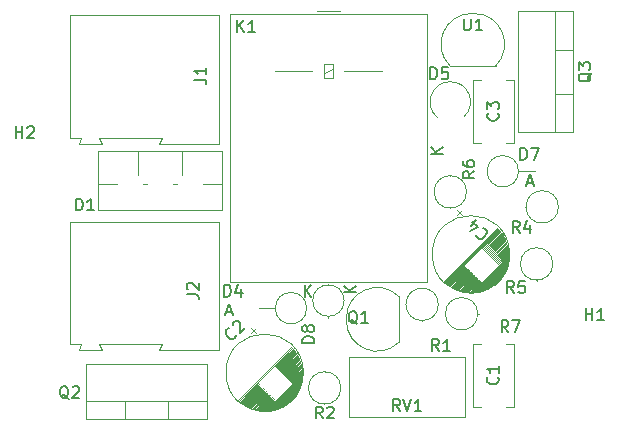
<source format=gto>
%TF.GenerationSoftware,KiCad,Pcbnew,6.0.8+dfsg-1*%
%TF.CreationDate,2022-10-17T05:11:54+01:00*%
%TF.ProjectId,CapInrushLimBB-rounded,43617049-6e72-4757-9368-4c696d42422d,rev?*%
%TF.SameCoordinates,Original*%
%TF.FileFunction,Legend,Top*%
%TF.FilePolarity,Positive*%
%FSLAX46Y46*%
G04 Gerber Fmt 4.6, Leading zero omitted, Abs format (unit mm)*
G04 Created by KiCad (PCBNEW 6.0.8+dfsg-1) date 2022-10-17 05:11:54*
%MOMM*%
%LPD*%
G01*
G04 APERTURE LIST*
G04 Aperture macros list*
%AMRotRect*
0 Rectangle, with rotation*
0 The origin of the aperture is its center*
0 $1 length*
0 $2 width*
0 $3 Rotation angle, in degrees counterclockwise*
0 Add horizontal line*
21,1,$1,$2,0,0,$3*%
G04 Aperture macros list end*
%ADD10C,0.150000*%
%ADD11C,0.120000*%
%ADD12R,2.500000X2.500000*%
%ADD13O,2.500000X2.500000*%
%ADD14RotRect,1.600000X1.600000X315.000000*%
%ADD15C,1.600000*%
%ADD16R,1.600000X1.600000*%
%ADD17O,1.600000X1.600000*%
%ADD18C,1.440000*%
%ADD19C,1.500000*%
%ADD20R,1.905000X2.000000*%
%ADD21O,1.905000X2.000000*%
%ADD22R,3.960000X1.980000*%
%ADD23O,3.960000X1.980000*%
%ADD24C,3.200000*%
%ADD25R,2.000000X1.905000*%
%ADD26O,2.000000X1.905000*%
%ADD27R,2.200000X2.200000*%
%ADD28O,2.200000X2.200000*%
G04 APERTURE END LIST*
D10*
X228817469Y-127452380D02*
X228817469Y-126452380D01*
X229388898Y-127452380D02*
X228960326Y-126880952D01*
X229388898Y-126452380D02*
X228817469Y-127023809D01*
X230341279Y-127452380D02*
X229769850Y-127452380D01*
X230055565Y-127452380D02*
X230055565Y-126452380D01*
X229960326Y-126595238D01*
X229865088Y-126690476D01*
X229769850Y-126738095D01*
X249601658Y-144052146D02*
X249669001Y-144052146D01*
X249803688Y-144119490D01*
X249871032Y-144186834D01*
X249938375Y-144321521D01*
X249938375Y-144456208D01*
X249904704Y-144557223D01*
X249803688Y-144725582D01*
X249702673Y-144826597D01*
X249534314Y-144927612D01*
X249433299Y-144961284D01*
X249298612Y-144961284D01*
X249163925Y-144893940D01*
X249096581Y-144826597D01*
X249029238Y-144691910D01*
X249029238Y-144624566D01*
X248591505Y-143850116D02*
X249062910Y-143378711D01*
X248490490Y-144287849D02*
X249163925Y-143951131D01*
X248726192Y-143513398D01*
X235324538Y-153773095D02*
X234324538Y-153773095D01*
X234324538Y-153535000D01*
X234372158Y-153392142D01*
X234467396Y-153296904D01*
X234562634Y-153249285D01*
X234753110Y-153201666D01*
X234895967Y-153201666D01*
X235086443Y-153249285D01*
X235181681Y-153296904D01*
X235276919Y-153392142D01*
X235324538Y-153535000D01*
X235324538Y-153773095D01*
X234753110Y-152630238D02*
X234705491Y-152725476D01*
X234657872Y-152773095D01*
X234562634Y-152820714D01*
X234515015Y-152820714D01*
X234419777Y-152773095D01*
X234372158Y-152725476D01*
X234324538Y-152630238D01*
X234324538Y-152439761D01*
X234372158Y-152344523D01*
X234419777Y-152296904D01*
X234515015Y-152249285D01*
X234562634Y-152249285D01*
X234657872Y-152296904D01*
X234705491Y-152344523D01*
X234753110Y-152439761D01*
X234753110Y-152630238D01*
X234800729Y-152725476D01*
X234848348Y-152773095D01*
X234943586Y-152820714D01*
X235134062Y-152820714D01*
X235229300Y-152773095D01*
X235276919Y-152725476D01*
X235324538Y-152630238D01*
X235324538Y-152439761D01*
X235276919Y-152344523D01*
X235229300Y-152296904D01*
X235134062Y-152249285D01*
X234943586Y-152249285D01*
X234848348Y-152296904D01*
X234800729Y-152344523D01*
X234753110Y-152439761D01*
X238894880Y-149486904D02*
X237894880Y-149486904D01*
X238894880Y-148915476D02*
X238323452Y-149344047D01*
X237894880Y-148915476D02*
X238466309Y-149486904D01*
X251772648Y-152852380D02*
X251439315Y-152376190D01*
X251201219Y-152852380D02*
X251201219Y-151852380D01*
X251582172Y-151852380D01*
X251677410Y-151900000D01*
X251725029Y-151947619D01*
X251772648Y-152042857D01*
X251772648Y-152185714D01*
X251725029Y-152280952D01*
X251677410Y-152328571D01*
X251582172Y-152376190D01*
X251201219Y-152376190D01*
X252105981Y-151852380D02*
X252772648Y-151852380D01*
X252344076Y-152852380D01*
X242609761Y-159519880D02*
X242276428Y-159043690D01*
X242038333Y-159519880D02*
X242038333Y-158519880D01*
X242419285Y-158519880D01*
X242514523Y-158567500D01*
X242562142Y-158615119D01*
X242609761Y-158710357D01*
X242609761Y-158853214D01*
X242562142Y-158948452D01*
X242514523Y-158996071D01*
X242419285Y-159043690D01*
X242038333Y-159043690D01*
X242895476Y-158519880D02*
X243228809Y-159519880D01*
X243562142Y-158519880D01*
X244419285Y-159519880D02*
X243847857Y-159519880D01*
X244133571Y-159519880D02*
X244133571Y-158519880D01*
X244038333Y-158662738D01*
X243943095Y-158757976D01*
X243847857Y-158805595D01*
X248002411Y-126293630D02*
X248002411Y-127103154D01*
X248050030Y-127198392D01*
X248097649Y-127246011D01*
X248192887Y-127293630D01*
X248383363Y-127293630D01*
X248478601Y-127246011D01*
X248526220Y-127198392D01*
X248573839Y-127103154D01*
X248573839Y-126293630D01*
X249573839Y-127293630D02*
X249002411Y-127293630D01*
X249288125Y-127293630D02*
X249288125Y-126293630D01*
X249192887Y-126436488D01*
X249097649Y-126531726D01*
X249002411Y-126579345D01*
X215164969Y-142533630D02*
X215164969Y-141533630D01*
X215403065Y-141533630D01*
X215545922Y-141581250D01*
X215641160Y-141676488D01*
X215688779Y-141771726D01*
X215736398Y-141962202D01*
X215736398Y-142105059D01*
X215688779Y-142295535D01*
X215641160Y-142390773D01*
X215545922Y-142486011D01*
X215403065Y-142533630D01*
X215164969Y-142533630D01*
X216688779Y-142533630D02*
X216117350Y-142533630D01*
X216403065Y-142533630D02*
X216403065Y-141533630D01*
X216307826Y-141676488D01*
X216212588Y-141771726D01*
X216117350Y-141819345D01*
X227706219Y-149836130D02*
X227706219Y-148836130D01*
X227944315Y-148836130D01*
X228087172Y-148883750D01*
X228182410Y-148978988D01*
X228230029Y-149074226D01*
X228277648Y-149264702D01*
X228277648Y-149407559D01*
X228230029Y-149598035D01*
X228182410Y-149693273D01*
X228087172Y-149788511D01*
X227944315Y-149836130D01*
X227706219Y-149836130D01*
X229134791Y-149169464D02*
X229134791Y-149836130D01*
X228896695Y-148788511D02*
X228658600Y-149502797D01*
X229277648Y-149502797D01*
X234532410Y-149836130D02*
X234532410Y-148836130D01*
X235103838Y-149836130D02*
X234675267Y-149264702D01*
X235103838Y-148836130D02*
X234532410Y-149407559D01*
X227888719Y-151137916D02*
X228364910Y-151137916D01*
X227793481Y-151423630D02*
X228126815Y-150423630D01*
X228460148Y-151423630D01*
X238982261Y-152153869D02*
X238887023Y-152106250D01*
X238791785Y-152011011D01*
X238648928Y-151868154D01*
X238553690Y-151820535D01*
X238458452Y-151820535D01*
X238506071Y-152058630D02*
X238410833Y-152011011D01*
X238315595Y-151915773D01*
X238267976Y-151725297D01*
X238267976Y-151391964D01*
X238315595Y-151201488D01*
X238410833Y-151106250D01*
X238506071Y-151058630D01*
X238696547Y-151058630D01*
X238791785Y-151106250D01*
X238887023Y-151201488D01*
X238934642Y-151391964D01*
X238934642Y-151725297D01*
X238887023Y-151915773D01*
X238791785Y-152011011D01*
X238696547Y-152058630D01*
X238506071Y-152058630D01*
X239887023Y-152058630D02*
X239315595Y-152058630D01*
X239601309Y-152058630D02*
X239601309Y-151058630D01*
X239506071Y-151201488D01*
X239410833Y-151296726D01*
X239315595Y-151344345D01*
X245895833Y-154439880D02*
X245562500Y-153963690D01*
X245324404Y-154439880D02*
X245324404Y-153439880D01*
X245705357Y-153439880D01*
X245800595Y-153487500D01*
X245848214Y-153535119D01*
X245895833Y-153630357D01*
X245895833Y-153773214D01*
X245848214Y-153868452D01*
X245800595Y-153916071D01*
X245705357Y-153963690D01*
X245324404Y-153963690D01*
X246848214Y-154439880D02*
X246276785Y-154439880D01*
X246562500Y-154439880D02*
X246562500Y-153439880D01*
X246467261Y-153582738D01*
X246372023Y-153677976D01*
X246276785Y-153725595D01*
X228734687Y-153087889D02*
X228734687Y-153155232D01*
X228667343Y-153289919D01*
X228600000Y-153357263D01*
X228465312Y-153424606D01*
X228330625Y-153424606D01*
X228229610Y-153390935D01*
X228061251Y-153289919D01*
X227960236Y-153188904D01*
X227859221Y-153020545D01*
X227825549Y-152919530D01*
X227825549Y-152784843D01*
X227892893Y-152650156D01*
X227960236Y-152582812D01*
X228094923Y-152515469D01*
X228162267Y-152515469D01*
X228431641Y-152246095D02*
X228431641Y-152178751D01*
X228465312Y-152077736D01*
X228633671Y-151909377D01*
X228734687Y-151875706D01*
X228802030Y-151875706D01*
X228903045Y-151909377D01*
X228970389Y-151976721D01*
X229037732Y-152111408D01*
X229037732Y-152919530D01*
X229475465Y-152481797D01*
X252725148Y-144438630D02*
X252391815Y-143962440D01*
X252153719Y-144438630D02*
X252153719Y-143438630D01*
X252534672Y-143438630D01*
X252629910Y-143486250D01*
X252677529Y-143533869D01*
X252725148Y-143629107D01*
X252725148Y-143771964D01*
X252677529Y-143867202D01*
X252629910Y-143914821D01*
X252534672Y-143962440D01*
X252153719Y-143962440D01*
X253582291Y-143771964D02*
X253582291Y-144438630D01*
X253344195Y-143391011D02*
X253106100Y-144105297D01*
X253725148Y-144105297D01*
X224559880Y-149650833D02*
X225274166Y-149650833D01*
X225417023Y-149698452D01*
X225512261Y-149793690D01*
X225559880Y-149936547D01*
X225559880Y-150031785D01*
X224655119Y-149222261D02*
X224607500Y-149174642D01*
X224559880Y-149079404D01*
X224559880Y-148841309D01*
X224607500Y-148746071D01*
X224655119Y-148698452D01*
X224750357Y-148650833D01*
X224845595Y-148650833D01*
X224988452Y-148698452D01*
X225559880Y-149269880D01*
X225559880Y-148650833D01*
X258321160Y-151827380D02*
X258321160Y-150827380D01*
X258321160Y-151303571D02*
X258892588Y-151303571D01*
X258892588Y-151827380D02*
X258892588Y-150827380D01*
X259892588Y-151827380D02*
X259321160Y-151827380D01*
X259606874Y-151827380D02*
X259606874Y-150827380D01*
X259511636Y-150970238D01*
X259416398Y-151065476D01*
X259321160Y-151113095D01*
X252788719Y-138247380D02*
X252788719Y-137247380D01*
X253026815Y-137247380D01*
X253169672Y-137295000D01*
X253264910Y-137390238D01*
X253312529Y-137485476D01*
X253360148Y-137675952D01*
X253360148Y-137818809D01*
X253312529Y-138009285D01*
X253264910Y-138104523D01*
X253169672Y-138199761D01*
X253026815Y-138247380D01*
X252788719Y-138247380D01*
X253693481Y-137247380D02*
X254360148Y-137247380D01*
X253931576Y-138247380D01*
X253376219Y-140190416D02*
X253852410Y-140190416D01*
X253280981Y-140476130D02*
X253614315Y-139476130D01*
X253947648Y-140476130D01*
X250864642Y-156654166D02*
X250912261Y-156701785D01*
X250959880Y-156844642D01*
X250959880Y-156939880D01*
X250912261Y-157082738D01*
X250817023Y-157177976D01*
X250721785Y-157225595D01*
X250531309Y-157273214D01*
X250388452Y-157273214D01*
X250197976Y-157225595D01*
X250102738Y-157177976D01*
X250007500Y-157082738D01*
X249959880Y-156939880D01*
X249959880Y-156844642D01*
X250007500Y-156701785D01*
X250055119Y-156654166D01*
X250959880Y-155701785D02*
X250959880Y-156273214D01*
X250959880Y-155987500D02*
X249959880Y-155987500D01*
X250102738Y-156082738D01*
X250197976Y-156177976D01*
X250245595Y-156273214D01*
X258817619Y-130905238D02*
X258770000Y-131000476D01*
X258674761Y-131095714D01*
X258531904Y-131238571D01*
X258484285Y-131333809D01*
X258484285Y-131429047D01*
X258722380Y-131381428D02*
X258674761Y-131476666D01*
X258579523Y-131571904D01*
X258389047Y-131619523D01*
X258055714Y-131619523D01*
X257865238Y-131571904D01*
X257770000Y-131476666D01*
X257722380Y-131381428D01*
X257722380Y-131190952D01*
X257770000Y-131095714D01*
X257865238Y-131000476D01*
X258055714Y-130952857D01*
X258389047Y-130952857D01*
X258579523Y-131000476D01*
X258674761Y-131095714D01*
X258722380Y-131190952D01*
X258722380Y-131381428D01*
X257722380Y-130619523D02*
X257722380Y-130000476D01*
X258103333Y-130333809D01*
X258103333Y-130190952D01*
X258150952Y-130095714D01*
X258198571Y-130048095D01*
X258293809Y-130000476D01*
X258531904Y-130000476D01*
X258627142Y-130048095D01*
X258674761Y-130095714D01*
X258722380Y-130190952D01*
X258722380Y-130476666D01*
X258674761Y-130571904D01*
X258627142Y-130619523D01*
X225194880Y-131460833D02*
X225909166Y-131460833D01*
X226052023Y-131508452D01*
X226147261Y-131603690D01*
X226194880Y-131746547D01*
X226194880Y-131841785D01*
X226194880Y-130460833D02*
X226194880Y-131032261D01*
X226194880Y-130746547D02*
X225194880Y-130746547D01*
X225337738Y-130841785D01*
X225432976Y-130937023D01*
X225480595Y-131032261D01*
X248899195Y-139231666D02*
X248423005Y-139565000D01*
X248899195Y-139803095D02*
X247899195Y-139803095D01*
X247899195Y-139422142D01*
X247946815Y-139326904D01*
X247994434Y-139279285D01*
X248089672Y-139231666D01*
X248232529Y-139231666D01*
X248327767Y-139279285D01*
X248375386Y-139326904D01*
X248423005Y-139422142D01*
X248423005Y-139803095D01*
X247899195Y-138374523D02*
X247899195Y-138565000D01*
X247946815Y-138660238D01*
X247994434Y-138707857D01*
X248137291Y-138803095D01*
X248327767Y-138850714D01*
X248708719Y-138850714D01*
X248803957Y-138803095D01*
X248851576Y-138755476D01*
X248899195Y-138660238D01*
X248899195Y-138469761D01*
X248851576Y-138374523D01*
X248803957Y-138326904D01*
X248708719Y-138279285D01*
X248470624Y-138279285D01*
X248375386Y-138326904D01*
X248327767Y-138374523D01*
X248280148Y-138469761D01*
X248280148Y-138660238D01*
X248327767Y-138755476D01*
X248375386Y-138803095D01*
X248470624Y-138850714D01*
X245168719Y-131421130D02*
X245168719Y-130421130D01*
X245406815Y-130421130D01*
X245549672Y-130468750D01*
X245644910Y-130563988D01*
X245692529Y-130659226D01*
X245740148Y-130849702D01*
X245740148Y-130992559D01*
X245692529Y-131183035D01*
X245644910Y-131278273D01*
X245549672Y-131373511D01*
X245406815Y-131421130D01*
X245168719Y-131421130D01*
X246644910Y-130421130D02*
X246168719Y-130421130D01*
X246121100Y-130897321D01*
X246168719Y-130849702D01*
X246263957Y-130802083D01*
X246502053Y-130802083D01*
X246597291Y-130849702D01*
X246644910Y-130897321D01*
X246692529Y-130992559D01*
X246692529Y-131230654D01*
X246644910Y-131325892D01*
X246597291Y-131373511D01*
X246502053Y-131421130D01*
X246263957Y-131421130D01*
X246168719Y-131373511D01*
X246121100Y-131325892D01*
X246200445Y-137739404D02*
X245200445Y-137739404D01*
X246200445Y-137167976D02*
X245629017Y-137596547D01*
X245200445Y-137167976D02*
X245771874Y-137739404D01*
X252248898Y-149518630D02*
X251915565Y-149042440D01*
X251677469Y-149518630D02*
X251677469Y-148518630D01*
X252058422Y-148518630D01*
X252153660Y-148566250D01*
X252201279Y-148613869D01*
X252248898Y-148709107D01*
X252248898Y-148851964D01*
X252201279Y-148947202D01*
X252153660Y-148994821D01*
X252058422Y-149042440D01*
X251677469Y-149042440D01*
X253153660Y-148518630D02*
X252677469Y-148518630D01*
X252629850Y-148994821D01*
X252677469Y-148947202D01*
X252772707Y-148899583D01*
X253010803Y-148899583D01*
X253106041Y-148947202D01*
X253153660Y-148994821D01*
X253201279Y-149090059D01*
X253201279Y-149328154D01*
X253153660Y-149423392D01*
X253106041Y-149471011D01*
X253010803Y-149518630D01*
X252772707Y-149518630D01*
X252677469Y-149471011D01*
X252629850Y-149423392D01*
X236053333Y-160154880D02*
X235720000Y-159678690D01*
X235481904Y-160154880D02*
X235481904Y-159154880D01*
X235862857Y-159154880D01*
X235958095Y-159202500D01*
X236005714Y-159250119D01*
X236053333Y-159345357D01*
X236053333Y-159488214D01*
X236005714Y-159583452D01*
X235958095Y-159631071D01*
X235862857Y-159678690D01*
X235481904Y-159678690D01*
X236434285Y-159250119D02*
X236481904Y-159202500D01*
X236577142Y-159154880D01*
X236815238Y-159154880D01*
X236910476Y-159202500D01*
X236958095Y-159250119D01*
X237005714Y-159345357D01*
X237005714Y-159440595D01*
X236958095Y-159583452D01*
X236386666Y-160154880D01*
X237005714Y-160154880D01*
X210058095Y-136428630D02*
X210058095Y-135428630D01*
X210058095Y-135904821D02*
X210629523Y-135904821D01*
X210629523Y-136428630D02*
X210629523Y-135428630D01*
X211058095Y-135523869D02*
X211105714Y-135476250D01*
X211200952Y-135428630D01*
X211439047Y-135428630D01*
X211534285Y-135476250D01*
X211581904Y-135523869D01*
X211629523Y-135619107D01*
X211629523Y-135714345D01*
X211581904Y-135857202D01*
X211010476Y-136428630D01*
X211629523Y-136428630D01*
X250867707Y-134310416D02*
X250915326Y-134358035D01*
X250962945Y-134500892D01*
X250962945Y-134596130D01*
X250915326Y-134738988D01*
X250820088Y-134834226D01*
X250724850Y-134881845D01*
X250534374Y-134929464D01*
X250391517Y-134929464D01*
X250201041Y-134881845D01*
X250105803Y-134834226D01*
X250010565Y-134738988D01*
X249962945Y-134596130D01*
X249962945Y-134500892D01*
X250010565Y-134358035D01*
X250058184Y-134310416D01*
X249962945Y-133977083D02*
X249962945Y-133358035D01*
X250343898Y-133691369D01*
X250343898Y-133548511D01*
X250391517Y-133453273D01*
X250439136Y-133405654D01*
X250534374Y-133358035D01*
X250772469Y-133358035D01*
X250867707Y-133405654D01*
X250915326Y-133453273D01*
X250962945Y-133548511D01*
X250962945Y-133834226D01*
X250915326Y-133929464D01*
X250867707Y-133977083D01*
X214540891Y-158503869D02*
X214445653Y-158456250D01*
X214350415Y-158361011D01*
X214207558Y-158218154D01*
X214112320Y-158170535D01*
X214017082Y-158170535D01*
X214064701Y-158408630D02*
X213969463Y-158361011D01*
X213874225Y-158265773D01*
X213826606Y-158075297D01*
X213826606Y-157741964D01*
X213874225Y-157551488D01*
X213969463Y-157456250D01*
X214064701Y-157408630D01*
X214255177Y-157408630D01*
X214350415Y-157456250D01*
X214445653Y-157551488D01*
X214493272Y-157741964D01*
X214493272Y-158075297D01*
X214445653Y-158265773D01*
X214350415Y-158361011D01*
X214255177Y-158408630D01*
X214064701Y-158408630D01*
X214874225Y-157503869D02*
X214921844Y-157456250D01*
X215017082Y-157408630D01*
X215255177Y-157408630D01*
X215350415Y-157456250D01*
X215398034Y-157503869D01*
X215445653Y-157599107D01*
X215445653Y-157694345D01*
X215398034Y-157837202D01*
X214826606Y-158408630D01*
X215445653Y-158408630D01*
D11*
X236190565Y-130932500D02*
X236890565Y-130532500D01*
X228190565Y-148582500D02*
X244890565Y-148582500D01*
X235540565Y-125622500D02*
X237540565Y-125622500D01*
X244890565Y-148582500D02*
X244890565Y-125882500D01*
X232040565Y-130732500D02*
X235190565Y-130732500D01*
X244890565Y-125882500D02*
X228190565Y-125882500D01*
X236890565Y-131332500D02*
X236890565Y-130132500D01*
X236190565Y-131332500D02*
X236890565Y-131332500D01*
X237890565Y-130732500D02*
X241040565Y-130732500D01*
X236890565Y-130132500D02*
X236190565Y-130132500D01*
X236190565Y-130132500D02*
X236190565Y-131332500D01*
X228190565Y-125882500D02*
X228190565Y-148582500D01*
X251847650Y-146352080D02*
X248702439Y-149497291D01*
X248464851Y-147585274D02*
X246993362Y-149056764D01*
X251815123Y-145818922D02*
X250727593Y-146906452D01*
X251781182Y-145626589D02*
X250614456Y-146793315D01*
X248039880Y-147160303D02*
X246496973Y-148703210D01*
X248379998Y-147500422D02*
X246888003Y-148992417D01*
X249369948Y-148490371D02*
X248372927Y-149487392D01*
X248577988Y-147698411D02*
X247139733Y-149136667D01*
X251320148Y-144502289D02*
X249821789Y-146000648D01*
X251844822Y-146128634D02*
X250897299Y-147076157D01*
X249058821Y-148179244D02*
X247838355Y-149399710D01*
X251738756Y-145442741D02*
X250501319Y-146680178D01*
X248322723Y-147443146D02*
X246818707Y-148947162D01*
X249171958Y-148292381D02*
X248023617Y-149440723D01*
X251000536Y-144086510D02*
X246436869Y-148650177D01*
X248266154Y-147386577D02*
X246751531Y-148901200D01*
X249030537Y-148150960D02*
X247793100Y-149388397D01*
X251079025Y-144177727D02*
X249538946Y-145717805D01*
X251542887Y-144903218D02*
X250133623Y-146312482D01*
X249454801Y-148575224D02*
X248533441Y-149496584D01*
X248804262Y-147924686D02*
X247452274Y-149276674D01*
X251658145Y-145183940D02*
X250331613Y-146510472D01*
X251619962Y-147484865D02*
X249835224Y-149269603D01*
X251750069Y-145487996D02*
X250529603Y-146708462D01*
X250972959Y-144057519D02*
X246407878Y-148622600D01*
X251848357Y-146294804D02*
X248645163Y-149497998D01*
X248351007Y-147471430D02*
X246852648Y-148969789D01*
X247430891Y-142479793D02*
X247876368Y-142925270D01*
X251819366Y-146719776D02*
X249070135Y-149469007D01*
X251833508Y-146592496D02*
X248942855Y-149483149D01*
X251769868Y-146995547D02*
X249345906Y-149419509D01*
X251026699Y-144116916D02*
X246467275Y-148676340D01*
X251798153Y-146854126D02*
X249204485Y-149447794D01*
X251761383Y-145533250D02*
X250557887Y-146736746D01*
X248521420Y-147641843D02*
X247066194Y-149097069D01*
X251364696Y-144572292D02*
X249879065Y-146057924D01*
X247876368Y-142479793D02*
X247430891Y-142925270D01*
X251316613Y-148071057D02*
X250421416Y-148966254D01*
X251771283Y-145579920D02*
X250586172Y-146765030D01*
X250889520Y-143971252D02*
X246321611Y-148539161D01*
X249313379Y-148433802D02*
X248269690Y-149477492D01*
X251683601Y-147308088D02*
X249658447Y-149333242D01*
X251709764Y-147225357D02*
X249575716Y-149359405D01*
X248945684Y-148066107D02*
X247661578Y-149350213D01*
X251837751Y-146022568D02*
X250840730Y-147019589D01*
X251842700Y-146470167D02*
X248820526Y-149492341D01*
X251342776Y-144537644D02*
X249850781Y-146029639D01*
X251180141Y-144302885D02*
X249652084Y-145830942D01*
X251228225Y-144367938D02*
X249708652Y-145887511D01*
X248096449Y-147216872D02*
X246558491Y-148754829D01*
X251653903Y-147394356D02*
X249744715Y-149303544D01*
X251713300Y-145355060D02*
X250444750Y-146623609D01*
X248634557Y-147754980D02*
X247215394Y-149174143D01*
X251726028Y-145398900D02*
X250473034Y-146651893D01*
X251732392Y-147146161D02*
X249496520Y-149382033D01*
X248408283Y-147528706D02*
X246922651Y-149014337D01*
X251407830Y-147923271D02*
X250273630Y-149057471D01*
X251841993Y-146074894D02*
X250869014Y-147047873D01*
X251822194Y-145868419D02*
X250755877Y-146934736D01*
X248775978Y-147896401D02*
X247411262Y-149261117D01*
X248719410Y-147839833D02*
X247332066Y-149227176D01*
X251297521Y-144468348D02*
X249793505Y-145972364D01*
X249087105Y-148207528D02*
X247883609Y-149411024D01*
X248493135Y-147613559D02*
X247029424Y-149077270D01*
X249115389Y-148235813D02*
X247930279Y-149420924D01*
X251130644Y-144239245D02*
X249595515Y-145774374D01*
X248917400Y-148037823D02*
X247619152Y-149336071D01*
X249285095Y-148405518D02*
X248218778Y-149471835D01*
X248691125Y-147811549D02*
X247292468Y-149210206D01*
X249228527Y-148348950D02*
X248120490Y-149456986D01*
X251506117Y-144826851D02*
X250077055Y-146255914D01*
X251251559Y-144401172D02*
X249736936Y-145915795D01*
X251827144Y-146655429D02*
X249005788Y-149476785D01*
X248549704Y-147670127D02*
X247102964Y-149116868D01*
X251274894Y-144434407D02*
X249765221Y-145944079D01*
X251642589Y-145142928D02*
X250303329Y-146482188D01*
X249483085Y-148603508D02*
X248588595Y-149497998D01*
X251524502Y-144865035D02*
X250105339Y-146284198D01*
X251532988Y-147684976D02*
X250035335Y-149182629D01*
X251785425Y-146923422D02*
X249273781Y-149435066D01*
X249256811Y-148377234D02*
X248169281Y-149464764D01*
X251827851Y-145919331D02*
X250784161Y-146963020D01*
X248606273Y-147726696D02*
X247177210Y-149155758D01*
X251672288Y-145226366D02*
X250359897Y-146538756D01*
X251809466Y-146786244D02*
X249136603Y-149459107D01*
X251053569Y-144146614D02*
X249510662Y-145689521D01*
X248973968Y-148094391D02*
X247705419Y-149362941D01*
X248747694Y-147868117D02*
X247371664Y-149244147D01*
X248662841Y-147783264D02*
X247253577Y-149192528D01*
X251807345Y-145770131D02*
X250699309Y-146878168D01*
X251700572Y-145311219D02*
X250416466Y-146595325D01*
X248889115Y-148009538D02*
X247576725Y-149321929D01*
X249341664Y-148462087D02*
X248320601Y-149483149D01*
X251477126Y-147797406D02*
X250147765Y-149126767D01*
X251839165Y-146530271D02*
X248880630Y-149488806D01*
X251385909Y-144607648D02*
X249907349Y-146086208D01*
X248436567Y-147556990D02*
X246958007Y-149035550D01*
X251579657Y-147581739D02*
X249932098Y-149229298D01*
X248153017Y-147273440D02*
X246621424Y-148805034D01*
X251848357Y-146238236D02*
X250953867Y-147132726D01*
X248181301Y-147301725D02*
X246653244Y-148829782D01*
X251447428Y-144715835D02*
X249992202Y-146171061D01*
X251686430Y-145268793D02*
X250388182Y-146567041D01*
X249398232Y-148518655D02*
X248425253Y-149491634D01*
X249426516Y-148546940D02*
X248478993Y-149494463D01*
X251611476Y-145060903D02*
X250246760Y-146425619D01*
X251560565Y-144942109D02*
X250161908Y-146340766D01*
X249200242Y-148320665D02*
X248071700Y-149449208D01*
X251791082Y-145673258D02*
X250642740Y-146821599D01*
X251846943Y-146183082D02*
X250925583Y-147104442D01*
X250946089Y-144027820D02*
X246378179Y-148595730D01*
X251752898Y-147069086D02*
X249419445Y-149402539D01*
X251627033Y-145101915D02*
X250275045Y-146453903D01*
X251181555Y-148262683D02*
X250613042Y-148831196D01*
X249002252Y-148122675D02*
X247749259Y-149375669D01*
X248237870Y-147358293D02*
X246718297Y-148877866D01*
X248860831Y-147981254D02*
X247534299Y-149307786D01*
X248832547Y-147952970D02*
X247493287Y-149292230D01*
X250917805Y-143999536D02*
X246349895Y-148567446D01*
X251799567Y-145721341D02*
X250671024Y-146849883D01*
X251155393Y-144271065D02*
X249623799Y-145802658D01*
X248124733Y-147245156D02*
X246589604Y-148780285D01*
X251407123Y-144643003D02*
X249935633Y-146114492D01*
X251833508Y-145970242D02*
X250812446Y-146991305D01*
X248209586Y-147330009D02*
X246685771Y-148853824D01*
X251577535Y-144981707D02*
X250190192Y-146369051D01*
X251427629Y-144679065D02*
X249963918Y-146142776D01*
X251105188Y-144208132D02*
X249567231Y-145746090D01*
X251467227Y-144752605D02*
X250020486Y-146199345D01*
X251594506Y-145021305D02*
X250218476Y-146397335D01*
X251204183Y-144335412D02*
X249680368Y-145859227D01*
X251487026Y-144789374D02*
X250048770Y-146227629D01*
X249143674Y-148264097D02*
X247976948Y-149430823D01*
X248294438Y-147414862D02*
X246784766Y-148924535D01*
X248068164Y-147188587D02*
X246528086Y-148728666D01*
X251846236Y-146410063D02*
X248760422Y-149495877D01*
X251875566Y-146255206D02*
G75*
G03*
X251875566Y-146255206I-3270001J0D01*
G01*
X236537500Y-151503871D02*
X236537500Y-151617500D01*
X237863871Y-150177500D02*
G75*
G03*
X237863871Y-150177500I-1326371J0D01*
G01*
X249181815Y-151288750D02*
X249251815Y-151288750D01*
X249181815Y-151288750D02*
G75*
G03*
X249181815Y-151288750I-1370000J0D01*
G01*
X248090000Y-160010000D02*
X248090000Y-154940000D01*
X238320000Y-160010000D02*
X238320000Y-154940000D01*
X248090000Y-154940000D02*
X238320000Y-154940000D01*
X248090000Y-160010000D02*
X238320000Y-160010000D01*
X246827925Y-130304705D02*
X250700707Y-130304705D01*
X248684316Y-125866227D02*
X248862229Y-125866227D01*
X248666403Y-125866226D02*
G75*
G03*
X246827925Y-130304705I0J-2600001D01*
G01*
X250700707Y-130304705D02*
G75*
G03*
X248862229Y-125866227I-1838478J1838478D01*
G01*
X220400000Y-137544500D02*
X220400000Y-139562500D01*
X217000000Y-137544500D02*
X217000000Y-142485500D01*
X217000000Y-142485500D02*
X227500000Y-142485500D01*
X227500000Y-137544500D02*
X227500000Y-142485500D01*
X223353000Y-140304500D02*
X223688000Y-140304500D01*
X217000000Y-140304500D02*
X218607000Y-140304500D01*
X217000000Y-137544500D02*
X227500000Y-137544500D01*
X225893000Y-140304500D02*
X227500000Y-140304500D01*
X224101000Y-137544500D02*
X224101000Y-139562500D01*
X220813000Y-140304500D02*
X221148000Y-140304500D01*
X232042259Y-150812500D02*
X230658630Y-150812500D01*
X234695001Y-150812500D02*
G75*
G03*
X234695001Y-150812500I-1326371J0D01*
G01*
X242498455Y-153701391D02*
X242498455Y-149828609D01*
X238059977Y-151845000D02*
X238059977Y-151667087D01*
X242498455Y-149828609D02*
G75*
G03*
X238059977Y-151667087I-1838478J-1838478D01*
G01*
X238059976Y-151862913D02*
G75*
G03*
X242498455Y-153701391I2600001J0D01*
G01*
X244475000Y-151865000D02*
X244475000Y-151935000D01*
X245845000Y-150495000D02*
G75*
G03*
X245845000Y-150495000I-1370000J0D01*
G01*
X233534971Y-154109920D02*
X228971304Y-158673587D01*
X234244199Y-157248767D02*
X232110151Y-159382815D01*
X231932667Y-158542065D02*
X230959688Y-159515044D01*
X231564972Y-158174370D02*
X230327535Y-159411807D01*
X234367943Y-156615906D02*
X231477290Y-159506559D01*
X231395266Y-158004664D02*
X230068734Y-159331196D01*
X234077322Y-154926628D02*
X232668058Y-156335892D01*
X231055855Y-157665253D02*
X229600629Y-159120479D01*
X231904383Y-158513781D02*
X230907362Y-159510802D01*
X234295818Y-155556660D02*
X233092322Y-156760156D01*
X234161468Y-155125325D02*
X232809480Y-156477313D01*
X234218036Y-157331498D02*
X232192882Y-159356652D01*
X234206723Y-155249776D02*
X232894332Y-156562166D01*
X234325517Y-155696668D02*
X233177175Y-156845009D01*
X233665079Y-154262655D02*
X232129950Y-155797784D01*
X234145911Y-155084313D02*
X232781195Y-156449029D01*
X233851048Y-158094467D02*
X232955851Y-158989664D01*
X233715990Y-158286093D02*
X233147477Y-158854606D01*
X231847814Y-158457212D02*
X230804125Y-159500902D01*
X234001662Y-154776015D02*
X232554921Y-156222755D01*
X234260463Y-155422310D02*
X233007469Y-156675303D01*
X233561134Y-154140326D02*
X229001710Y-158699750D01*
X233480524Y-154051230D02*
X228912614Y-158619140D01*
X231536687Y-158146085D02*
X230283694Y-159399079D01*
X231225560Y-157834959D02*
X229826903Y-159233616D01*
X234220865Y-155292203D02*
X232922617Y-156590451D01*
X234235007Y-155334629D02*
X232950901Y-156618735D01*
X231366982Y-157976380D02*
X230027722Y-159315640D01*
X234356629Y-155891829D02*
X233290312Y-156958146D01*
X230659168Y-157268566D02*
X229124039Y-158803695D01*
X230744021Y-157353419D02*
X229220206Y-158877234D01*
X234192580Y-155207350D02*
X232866048Y-156533882D01*
X233689828Y-154294475D02*
X232158234Y-155826068D01*
X234380671Y-156433473D02*
X231294857Y-159519287D01*
X233941558Y-154666413D02*
X232470068Y-156137902D01*
X230914433Y-157523832D02*
X229422438Y-159015827D01*
X234361579Y-156678839D02*
X231540223Y-159500195D01*
X234377135Y-156493577D02*
X231354961Y-159515751D01*
X231989236Y-158598634D02*
X231067876Y-159519994D01*
X233785994Y-154424582D02*
X232271371Y-155939205D01*
X231819530Y-158428928D02*
X230753213Y-159495245D01*
X231338697Y-157948096D02*
X229986709Y-159300084D01*
X234381378Y-156206492D02*
X233460018Y-157127852D01*
X234284504Y-155511406D02*
X233064038Y-156731872D01*
X234349558Y-155842332D02*
X233262028Y-156929862D01*
X234353801Y-156743186D02*
X231604570Y-159492417D01*
X233762660Y-154391348D02*
X232243087Y-155910921D01*
X233613460Y-154201137D02*
X232073381Y-155741215D01*
X234343901Y-156809654D02*
X231671038Y-159482517D01*
X234095000Y-154965519D02*
X232696343Y-156364176D01*
X230800589Y-157409987D02*
X229285966Y-158924610D01*
X234111970Y-155005117D02*
X232724627Y-156392461D01*
X233899131Y-154595702D02*
X232413500Y-156081334D01*
X234315617Y-155649999D02*
X233148891Y-156816725D01*
X233962064Y-154702475D02*
X232498353Y-156166186D01*
X234319860Y-156946832D02*
X231808216Y-159458476D01*
X230772305Y-157381703D02*
X229252732Y-158901276D01*
X234114092Y-157605149D02*
X232466533Y-159252708D01*
X233809329Y-154457817D02*
X232299656Y-155967489D01*
X233714576Y-154326295D02*
X232186519Y-155854352D01*
X233920344Y-154631058D02*
X232441784Y-156109618D01*
X231084139Y-157693537D02*
X229637399Y-159140278D01*
X231253845Y-157863243D02*
X229866501Y-159250586D01*
X231282129Y-157891527D02*
X229906099Y-159267557D01*
X234372186Y-156045978D02*
X233375165Y-157042999D01*
X231451835Y-158061233D02*
X230153587Y-159359481D01*
X230942718Y-157552116D02*
X229457086Y-159037747D01*
X231706393Y-158315791D02*
X230558052Y-159464133D01*
X233942265Y-157946681D02*
X232808065Y-159080881D01*
X230715736Y-157325135D02*
X229187679Y-158853192D01*
X234058937Y-154888445D02*
X232639774Y-156307608D01*
X230999286Y-157608684D02*
X229527797Y-159080174D01*
X230630884Y-157240282D02*
X229092926Y-158778239D01*
X230971002Y-157580400D02*
X229492442Y-159058960D01*
X234128941Y-155044715D02*
X232752911Y-156420745D01*
X234334002Y-155744751D02*
X233205459Y-156873293D01*
X232017520Y-158626918D02*
X231123030Y-159521408D01*
X231197276Y-157806674D02*
X229788012Y-159215938D01*
X234266827Y-157169571D02*
X232030955Y-159405443D01*
X234305718Y-155603330D02*
X233120607Y-156788440D01*
X231791246Y-158400644D02*
X230703716Y-159488174D01*
X233639623Y-154231542D02*
X232101666Y-155769500D01*
X234021461Y-154812784D02*
X232583205Y-156251039D01*
X231649824Y-158259223D02*
X230464714Y-159444334D01*
X234379257Y-156152044D02*
X233431734Y-157099567D01*
X234287333Y-157092496D02*
X231953880Y-159425949D01*
X234067423Y-157708386D02*
X232569770Y-159206039D01*
X234273191Y-155466151D02*
X233035754Y-156703588D01*
X233738618Y-154358822D02*
X232214803Y-155882637D01*
X231593256Y-158202654D02*
X230372790Y-159423120D01*
X234188338Y-157417766D02*
X232279150Y-159326954D01*
X231508403Y-158117801D02*
X230239854Y-159386351D01*
X231621540Y-158230938D02*
X230418044Y-159434434D01*
X231310413Y-157919811D02*
X229945697Y-159284527D01*
X233507394Y-154080929D02*
X228942313Y-158646010D01*
X234332588Y-156877536D02*
X231738920Y-159471204D01*
X234376428Y-156098304D02*
X233403449Y-157071283D01*
X234304303Y-157018957D02*
X231880341Y-159442919D01*
X233981863Y-154739245D02*
X232526637Y-156194471D01*
X231876099Y-158485497D02*
X230855036Y-159506559D01*
X230857158Y-157466556D02*
X229353142Y-158970572D01*
X234040552Y-154850261D02*
X232611490Y-156279324D01*
X233588004Y-154170024D02*
X232045097Y-155712931D01*
X234341780Y-155793541D02*
X233233744Y-156901578D01*
X234382792Y-156318214D02*
X231179598Y-159521408D01*
X233452240Y-154022946D02*
X228884330Y-158590856D01*
X234382792Y-156261646D02*
X233488302Y-157156136D01*
X230574315Y-157183713D02*
X229031408Y-158726620D01*
X231480119Y-158089517D02*
X230196013Y-159373623D01*
X231734677Y-158344075D02*
X230606135Y-159472618D01*
X231027570Y-157636969D02*
X229563859Y-159100680D01*
X229965326Y-152503203D02*
X230410803Y-152948680D01*
X234382085Y-156375490D02*
X231236874Y-159520701D01*
X234367943Y-155993652D02*
X233346881Y-157014715D01*
X230602599Y-157211997D02*
X229062521Y-158752076D01*
X234154397Y-157508275D02*
X232369659Y-159293013D01*
X231678109Y-158287507D02*
X230511383Y-159454233D01*
X234011561Y-157820816D02*
X232682200Y-159150177D01*
X234373600Y-156553681D02*
X231415065Y-159512216D01*
X233877211Y-154561054D02*
X232385216Y-156053049D01*
X234177024Y-155166338D02*
X232837764Y-156505598D01*
X231168992Y-157778390D02*
X229749829Y-159197553D01*
X234362286Y-155942741D02*
X233318596Y-156986430D01*
X230828873Y-157438272D02*
X229319201Y-158947945D01*
X231140708Y-157750106D02*
X229711645Y-159179168D01*
X231960951Y-158570350D02*
X231013428Y-159517873D01*
X230885442Y-157494840D02*
X229387083Y-158993199D01*
X230687452Y-157296850D02*
X229155859Y-158828444D01*
X230410803Y-152503203D02*
X229965326Y-152948680D01*
X231112423Y-157721821D02*
X229674168Y-159160077D01*
X233854583Y-154525699D02*
X232356224Y-156024058D01*
X233423955Y-153994662D02*
X228856046Y-158562571D01*
X234247735Y-155378470D02*
X232979185Y-156647019D01*
X233831956Y-154491758D02*
X232327940Y-155995774D01*
X231762962Y-158372360D02*
X230654925Y-159480396D01*
X231423550Y-158032948D02*
X230111160Y-159345339D01*
X234410001Y-156278616D02*
G75*
G03*
X234410001Y-156278616I-3270001J0D01*
G01*
X253268065Y-142240000D02*
X253198065Y-142240000D01*
X256008065Y-142240000D02*
G75*
G03*
X256008065Y-142240000I-1370000J0D01*
G01*
X217080000Y-153842500D02*
X222480000Y-153842500D01*
X214680000Y-143492500D02*
X214680000Y-153842500D01*
X227280000Y-143492500D02*
X214680000Y-143492500D01*
X214680000Y-153842500D02*
X215630000Y-153842500D01*
X222480000Y-153842500D02*
X222180000Y-154342500D01*
X217280000Y-154342500D02*
X217330000Y-154342500D01*
X215630000Y-153842500D02*
X215380000Y-154342500D01*
X215380000Y-154342500D02*
X217280000Y-154342500D01*
X217330000Y-154342500D02*
X217080000Y-153842500D01*
X222180000Y-154342500D02*
X227280000Y-154342500D01*
X227280000Y-154342500D02*
X227280000Y-143492500D01*
X252630686Y-139223750D02*
X254014315Y-139223750D01*
X252630686Y-139223750D02*
G75*
G03*
X252630686Y-139223750I-1326371J0D01*
G01*
X252228500Y-159157500D02*
X251562500Y-159157500D01*
X249452500Y-159157500D02*
X248786500Y-159157500D01*
X252228500Y-153817500D02*
X251562500Y-153817500D01*
X252228500Y-153817500D02*
X252228500Y-159157500D01*
X249452500Y-153817500D02*
X248786500Y-153817500D01*
X248786500Y-153817500D02*
X248786500Y-159157500D01*
X257270000Y-125690000D02*
X252629000Y-125690000D01*
X257270000Y-132661000D02*
X255760000Y-132661000D01*
X257270000Y-125690000D02*
X257270000Y-135930000D01*
X255760000Y-125690000D02*
X255760000Y-135930000D01*
X257270000Y-135930000D02*
X252629000Y-135930000D01*
X252629000Y-125690000D02*
X252629000Y-135930000D01*
X257270000Y-128960000D02*
X255760000Y-128960000D01*
X227280000Y-136880000D02*
X227280000Y-126030000D01*
X217280000Y-136880000D02*
X217330000Y-136880000D01*
X227280000Y-126030000D02*
X214680000Y-126030000D01*
X215380000Y-136880000D02*
X217280000Y-136880000D01*
X217330000Y-136880000D02*
X217080000Y-136380000D01*
X222180000Y-136880000D02*
X227280000Y-136880000D01*
X214680000Y-136380000D02*
X215630000Y-136380000D01*
X214680000Y-126030000D02*
X214680000Y-136380000D01*
X215630000Y-136380000D02*
X215380000Y-136880000D01*
X222480000Y-136380000D02*
X222180000Y-136880000D01*
X217080000Y-136380000D02*
X222480000Y-136380000D01*
X246859315Y-139600000D02*
X246859315Y-139530000D01*
X248229315Y-140970000D02*
G75*
G03*
X248229315Y-140970000I-1370000J0D01*
G01*
X248026681Y-134601551D02*
G75*
G03*
X245759315Y-134661153I-1167366J1251551D01*
G01*
X254161815Y-148438750D02*
X254161815Y-148508750D01*
X255531815Y-147068750D02*
G75*
G03*
X255531815Y-147068750I-1370000J0D01*
G01*
X236220000Y-156202500D02*
X236220000Y-156132500D01*
X237590000Y-157572500D02*
G75*
G03*
X237590000Y-157572500I-1370000J0D01*
G01*
X248789565Y-136813750D02*
X249455565Y-136813750D01*
X248789565Y-131473750D02*
X249455565Y-131473750D01*
X251565565Y-136813750D02*
X252231565Y-136813750D01*
X251565565Y-131473750D02*
X252231565Y-131473750D01*
X248789565Y-136813750D02*
X248789565Y-131473750D01*
X252231565Y-136813750D02*
X252231565Y-131473750D01*
X226261815Y-158693900D02*
X216021815Y-158693900D01*
X226261815Y-160203900D02*
X226261815Y-155562900D01*
X216021815Y-160203900D02*
X216021815Y-155562900D01*
X219290815Y-160203900D02*
X219290815Y-158693900D01*
X226261815Y-160203900D02*
X216021815Y-160203900D01*
X226261815Y-155562900D02*
X216021815Y-155562900D01*
X222991815Y-160203900D02*
X222991815Y-158693900D01*
%LPC*%
D12*
X236540565Y-128532500D03*
D13*
X230540565Y-130532500D03*
X230540565Y-142732500D03*
X242540565Y-130532500D03*
D14*
X247721682Y-145371323D03*
D15*
X249489449Y-147139090D03*
D16*
X236537500Y-150177500D03*
D17*
X236537500Y-152717500D03*
D15*
X247811815Y-151288750D03*
D17*
X250351815Y-151288750D03*
D18*
X240665000Y-157480000D03*
X243205000Y-157480000D03*
X245745000Y-157480000D03*
D19*
X247176816Y-127518750D03*
X248764316Y-129106250D03*
X250351816Y-127836250D03*
D20*
X219710000Y-140712500D03*
D21*
X222250000Y-140712500D03*
X224790000Y-140712500D03*
D16*
X233368630Y-150812500D03*
D17*
X229558630Y-150812500D03*
D19*
X239712500Y-153352500D03*
X241300000Y-151765000D03*
X240030000Y-150177500D03*
D15*
X244475000Y-150495000D03*
D17*
X244475000Y-153035000D03*
D14*
X230256117Y-155394733D03*
D15*
X232023884Y-157162500D03*
X254638065Y-142240000D03*
D17*
X252098065Y-142240000D03*
D22*
X220980000Y-146142500D03*
D23*
X220980000Y-151142500D03*
D24*
X259083065Y-155575000D03*
D16*
X251304315Y-139223750D03*
D17*
X255114315Y-139223750D03*
D15*
X250507500Y-153987500D03*
X250507500Y-158987500D03*
D25*
X254000000Y-128270000D03*
D26*
X254000000Y-130810000D03*
X254000000Y-133350000D03*
D22*
X220980000Y-128680000D03*
D23*
X220980000Y-133680000D03*
D15*
X246859315Y-140970000D03*
D17*
X246859315Y-138430000D03*
D27*
X246859315Y-135890000D03*
D28*
X246859315Y-133350000D03*
D15*
X254161815Y-147068750D03*
D17*
X254161815Y-149608750D03*
D15*
X236220000Y-157572500D03*
D17*
X236220000Y-155032500D03*
D24*
X210820000Y-140176250D03*
D15*
X250510565Y-136643750D03*
X250510565Y-131643750D03*
D20*
X223681815Y-156933900D03*
D21*
X221141815Y-156933900D03*
X218601815Y-156933900D03*
M02*

</source>
